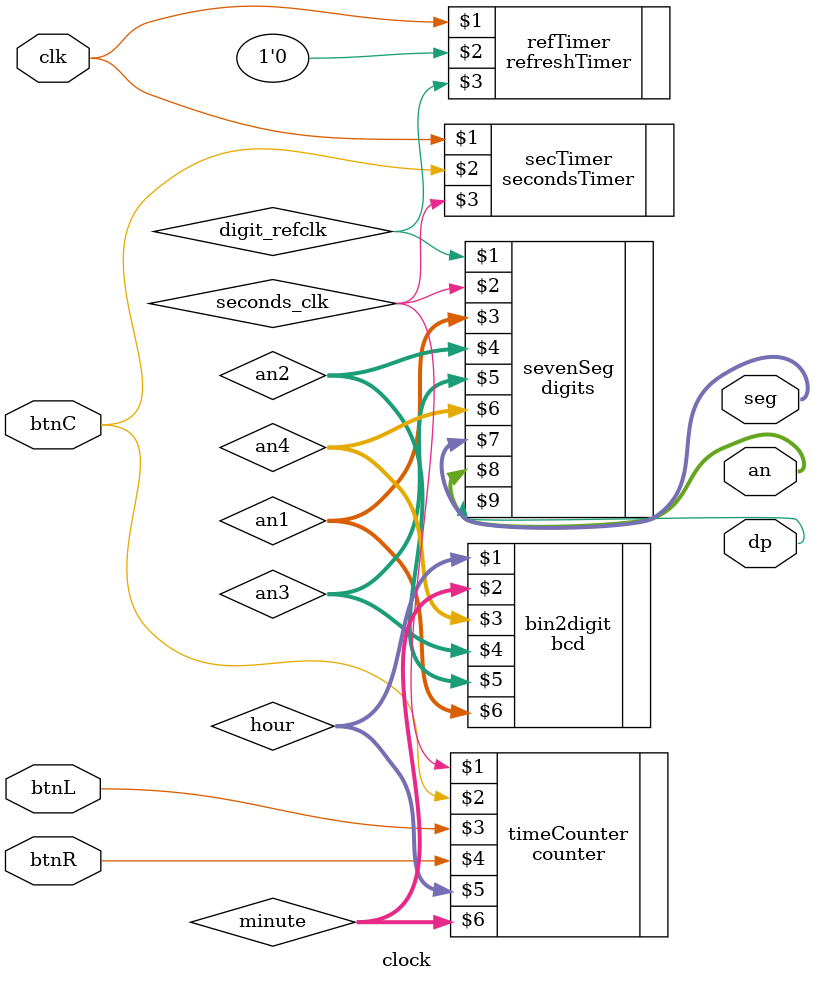
<source format=v>
`timescale 1ns / 1ps


module clock(
        input clk,
        input btnC,
        input btnL,
        input btnR,
        output [3:0] an,
        output [6:0] seg,
        output dp
    );
    
    wire seconds_clk;
    wire digit_refclk;
    
    wire [7:0] hour;
    wire [7:0] minute;
         
    //segment displays
    // 4 3 : 2 1
    //minutes
    wire [7:0] an1;
    wire [7:0] an2;
    //hour
    wire [7:0] an3;
    wire [7:0] an4;
        
    secondsTimer secTimer(clk, btnC, seconds_clk);
    refreshTimer refTimer(clk, 1'b0, digit_refclk);
        
    counter timeCounter(seconds_clk, btnC, btnL, btnR, hour, minute); 
    bcd bin2digit(hour, minute, an4, an3, an2, an1);
    
    digits sevenSeg(digit_refclk, seconds_clk, an1, an2, an3, an4, seg, an, dp);
endmodule

</source>
